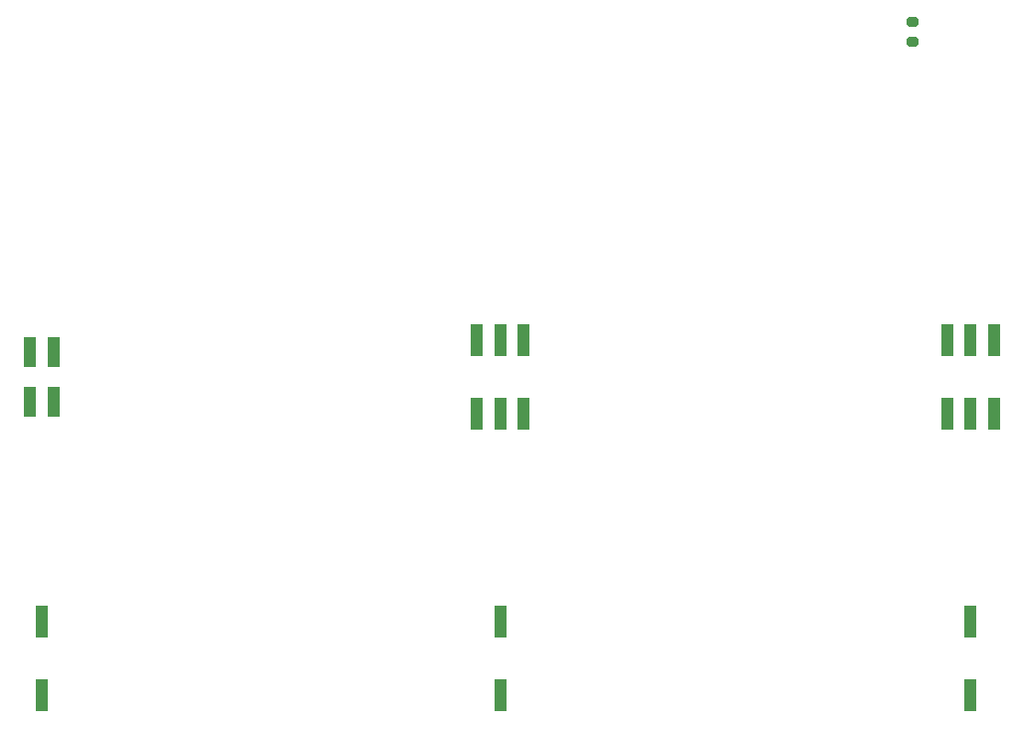
<source format=gbr>
%TF.GenerationSoftware,KiCad,Pcbnew,8.0.5*%
%TF.CreationDate,2024-12-04T18:09:43+09:00*%
%TF.ProjectId,GESC_Logic,47455343-5f4c-46f6-9769-632e6b696361,rev?*%
%TF.SameCoordinates,Original*%
%TF.FileFunction,Paste,Bot*%
%TF.FilePolarity,Positive*%
%FSLAX46Y46*%
G04 Gerber Fmt 4.6, Leading zero omitted, Abs format (unit mm)*
G04 Created by KiCad (PCBNEW 8.0.5) date 2024-12-04 18:09:43*
%MOMM*%
%LPD*%
G01*
G04 APERTURE LIST*
G04 Aperture macros list*
%AMRoundRect*
0 Rectangle with rounded corners*
0 $1 Rounding radius*
0 $2 $3 $4 $5 $6 $7 $8 $9 X,Y pos of 4 corners*
0 Add a 4 corners polygon primitive as box body*
4,1,4,$2,$3,$4,$5,$6,$7,$8,$9,$2,$3,0*
0 Add four circle primitives for the rounded corners*
1,1,$1+$1,$2,$3*
1,1,$1+$1,$4,$5*
1,1,$1+$1,$6,$7*
1,1,$1+$1,$8,$9*
0 Add four rect primitives between the rounded corners*
20,1,$1+$1,$2,$3,$4,$5,0*
20,1,$1+$1,$4,$5,$6,$7,0*
20,1,$1+$1,$6,$7,$8,$9,0*
20,1,$1+$1,$8,$9,$2,$3,0*%
G04 Aperture macros list end*
%ADD10R,1.000000X2.750000*%
%ADD11R,1.000000X2.580000*%
%ADD12RoundRect,0.200000X0.275000X-0.200000X0.275000X0.200000X-0.275000X0.200000X-0.275000X-0.200000X0*%
G04 APERTURE END LIST*
D10*
%TO.C,J17*%
X156500000Y-143375000D03*
X156500000Y-149625000D03*
%TD*%
%TO.C,J4*%
X154500000Y-125625000D03*
X154500000Y-119375000D03*
X156500000Y-125625000D03*
X156500000Y-119375000D03*
X158500000Y-125625000D03*
X158500000Y-119375000D03*
%TD*%
%TO.C,J16*%
X117500000Y-143375000D03*
X117500000Y-149625000D03*
%TD*%
%TO.C,J18*%
X196500000Y-143375000D03*
X196500000Y-149625000D03*
%TD*%
%TO.C,J5*%
X194500000Y-125625000D03*
X194500000Y-119375000D03*
X196500000Y-125625000D03*
X196500000Y-119375000D03*
X198500000Y-125625000D03*
X198500000Y-119375000D03*
%TD*%
D11*
%TO.C,J3*%
X118500000Y-124585000D03*
X118500000Y-120415000D03*
X116500000Y-124585000D03*
X116500000Y-120415000D03*
%TD*%
D12*
%TO.C,R12*%
X191600000Y-93950000D03*
X191600000Y-92300000D03*
%TD*%
M02*

</source>
